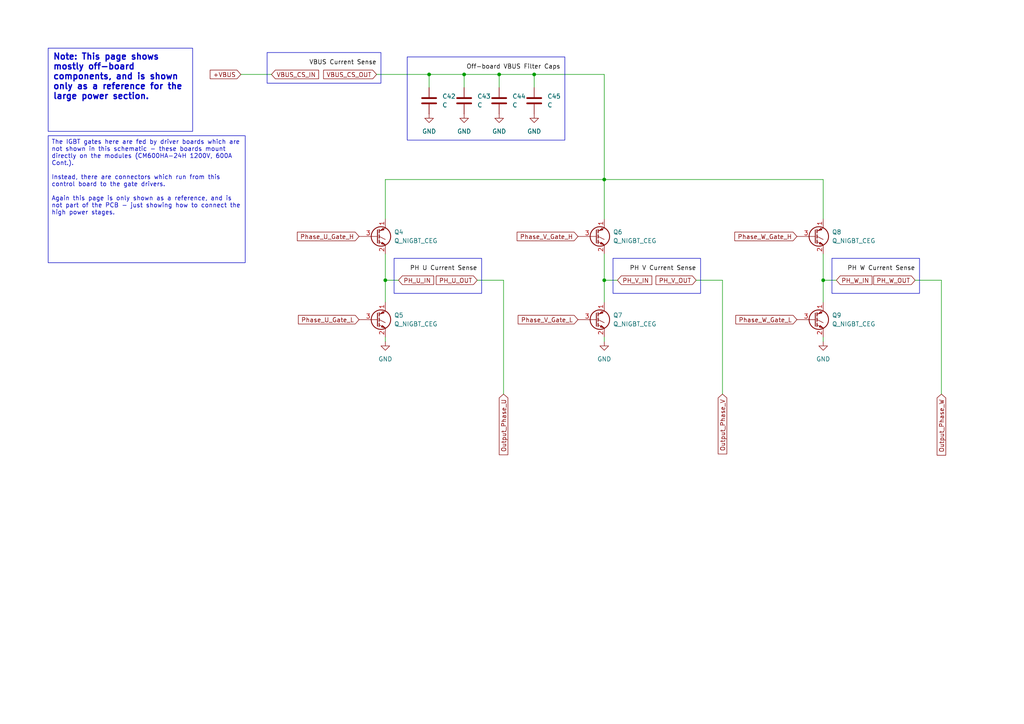
<source format=kicad_sch>
(kicad_sch (version 20231120) (generator "eeschema") (generator_version "8.0")
  (paper "A4")
  (title_block (title "1200V, 600A Traction Inverter") (date "2025-02-06") (rev "1") (company "University of California, Santa Cruz"))
  (lib_symbols
    (symbol "Device:C" (pin_numbers hide) (pin_names (offset 0.254))
      (property "Reference" "C" (at 0.635 2.54 0))
      (property "Value" "C" (at 0.635 -2.54 0))
      (symbol "C_0_1"
        (polyline (pts (xy -2.032 -0.762) (xy 2.032 -0.762)) (stroke (width 0.508)))
        (polyline (pts (xy -2.032 0.762) (xy 2.032 0.762)) (stroke (width 0.508)))
      )
      (symbol "C_1_1"
        (pin passive line (at 0 3.81 270) (length 2.794) (name "~") (number "1"))
        (pin passive line (at 0 -3.81 90) (length 2.794) (name "~") (number "2"))
      )
    )
    (symbol "Device:Q_NIGBT_CEG" (pin_names (offset 0) hide)
      (property "Reference" "Q" (at 5.08 1.27 0))
      (property "Value" "Q_NIGBT_CEG" (at 5.08 -1.27 0))
      (symbol "Q_NIGBT_CEG_0_1"
        (polyline (pts (xy 0.762 -1.016) (xy 0.762 -2.032)) (stroke (width 0.254)))
        (polyline (pts (xy 0.762 0.508) (xy 0.762 -0.508)) (stroke (width 0.254)))
        (polyline (pts (xy 0.762 2.032) (xy 0.762 1.016)) (stroke (width 0.254)))
        (polyline (pts (xy 2.54 -2.413) (xy 0.762 -1.524)))
        (polyline (pts (xy 2.54 -0.889) (xy 0.762 0)))
        (polyline (pts (xy 2.54 2.413) (xy 0.762 1.524)))
        (polyline (pts (xy 0.254 1.905) (xy 0.254 -1.905) (xy 0.254 -1.905)) (stroke (width 0.254)))
        (polyline (pts (xy 1.397 -2.159) (xy 1.651 -1.651) (xy 2.54 -2.413) (xy 1.397 -2.159)) (fill (type outline)))
        (polyline (pts (xy 2.159 1.905) (xy 1.905 2.413) (xy 1.016 1.651) (xy 2.159 1.905)) (fill (type outline)))
        (circle (center 1.27 0) (radius 2.8194) (stroke (width 0.254)))
      )
      (symbol "Q_NIGBT_CEG_1_1"
        (pin passive line (at 2.54 5.08 270) (length 2.54) (name "C") (number "1"))
        (pin passive line (at 2.54 -5.08 90) (length 2.54) (name "E") (number "2"))
        (pin input line (at -5.08 0 0) (length 5.334) (name "G") (number "3"))
      )
    )
    (symbol "power:GND" (power) (pin_numbers hide) (pin_names (offset 0) hide)
      (property "Value" "GND" (at 0 -3.81 0))
      (symbol "GND_0_1"
        (polyline (pts (xy 0 0) (xy 0 -1.27) (xy 1.27 -1.27) (xy 0 -2.54) (xy -1.27 -1.27) (xy 0 -1.27)))
      )
      (symbol "GND_1_1"
        (pin power_in line (at 0 0 270) (length 0) (name "~") (number "1"))
      )
    )
  )
  (junction (at 124.46 21.59))
  (junction (at 175.26 81.28))
  (junction (at 154.94 21.59))
  (junction (at 111.76 81.28))
  (junction (at 175.26 52.07))
  (junction (at 144.78 21.59))
  (junction (at 134.62 21.59))
  (junction (at 238.76 81.28))
  (wire (pts (xy 134.62 21.59) (xy 144.78 21.59)))
  (wire (pts (xy 238.76 81.28) (xy 242.57 81.28)))
  (wire (pts (xy 146.05 81.28) (xy 146.05 114.3)))
  (wire (pts (xy 111.76 97.79) (xy 111.76 99.06)))
  (wire (pts (xy 124.46 21.59) (xy 124.46 25.4)))
  (wire (pts (xy 69.85 21.59) (xy 78.74 21.59)))
  (wire (pts (xy 209.55 81.28) (xy 209.55 114.3)))
  (wire (pts (xy 124.46 21.59) (xy 134.62 21.59)))
  (wire (pts (xy 144.78 21.59) (xy 144.78 25.4)))
  (wire (pts (xy 111.76 73.66) (xy 111.76 81.28)))
  (wire (pts (xy 175.26 52.07) (xy 111.76 52.07)))
  (wire (pts (xy 175.26 21.59) (xy 175.26 52.07)))
  (wire (pts (xy 111.76 81.28) (xy 111.76 87.63)))
  (wire (pts (xy 111.76 81.28) (xy 115.57 81.28)))
  (wire (pts (xy 175.26 21.59) (xy 154.94 21.59)))
  (wire (pts (xy 238.76 81.28) (xy 238.76 87.63)))
  (wire (pts (xy 134.62 21.59) (xy 134.62 25.4)))
  (wire (pts (xy 175.26 97.79) (xy 175.26 99.06)))
  (wire (pts (xy 201.93 81.28) (xy 209.55 81.28)))
  (wire (pts (xy 238.76 97.79) (xy 238.76 99.06)))
  (wire (pts (xy 138.43 81.28) (xy 146.05 81.28)))
  (wire (pts (xy 265.43 81.28) (xy 273.05 81.28)))
  (wire (pts (xy 175.26 73.66) (xy 175.26 81.28)))
  (wire (pts (xy 175.26 81.28) (xy 179.07 81.28)))
  (wire (pts (xy 175.26 52.07) (xy 175.26 63.5)))
  (wire (pts (xy 238.76 73.66) (xy 238.76 81.28)))
  (wire (pts (xy 154.94 25.4) (xy 154.94 21.59)))
  (wire (pts (xy 238.76 52.07) (xy 238.76 63.5)))
  (wire (pts (xy 111.76 52.07) (xy 111.76 63.5)))
  (wire (pts (xy 273.05 81.28) (xy 273.05 114.3)))
  (wire (pts (xy 144.78 21.59) (xy 154.94 21.59)))
  (wire (pts (xy 175.26 81.28) (xy 175.26 87.63)))
  (wire (pts (xy 109.22 21.59) (xy 124.46 21.59)))
  (wire (pts (xy 175.26 52.07) (xy 238.76 52.07)))
  (rectangle (start 77.47 15.24) (end 110.49 24.13))
  (rectangle (start 114.3 74.93) (end 139.7 85.09))
  (rectangle (start 118.11 16.51) (end 163.83 40.64))
  (rectangle (start 177.8 74.93) (end 203.2 85.09))
  (rectangle (start 241.3 74.93) (end 266.7 85.09))
  (text_box "The IGBT gates here are fed by driver boards which are not shown in this schematic - these boards mount directly on the modules (CM600HA-24H 1200V, 600A Cont.).\n\nInstead, there are connectors which run from this control board to the gate drivers.\n\nAgain this page is only shown as a reference, and is not part of the PCB - just showing how to connect the high power stages." (at 13.97 39.37 0) (size 57.15 36.83) (effects (font (size 1.27 1.27)) (justify left top)))
  (text_box "Note: This page shows mostly off-board components, and is shown only as a reference for the large power section." (at 13.97 13.97 0) (size 41.91 24.13) (effects (font (size 1.778 1.778) (thickness 0.3556) (bold yes)) (justify left top)))
  (label "Off-board VBUS Filter Caps" (at 162.56 20.32 180))
  (label "VBUS Current Sense" (at 109.22 19.05 180))
  (label "PH W Current Sense" (at 265.43 78.74 180))
  (label "PH V Current Sense" (at 201.93 78.74 180))
  (label "PH U Current Sense" (at 138.43 78.74 180))
  (global_label "Phase_U_Gate_H" (shape input) (at 104.14 68.58 180) (property "Intersheetrefs" "${INTERSHEET_REFS}" (effects (hide yes))))
  (global_label "Output_Phase_U" (shape input) (at 146.05 114.3 270) (property "Intersheetrefs" "${INTERSHEET_REFS}" (effects (hide yes))))
  (global_label "+VBUS" (shape input) (at 69.85 21.59 180) (property "Intersheetrefs" "${INTERSHEET_REFS}" (effects (hide yes))))
  (global_label "VBUS_CS_OUT" (shape input) (at 109.22 21.59 180) (property "Intersheetrefs" "${INTERSHEET_REFS}" (effects (hide yes))))
  (global_label "Phase_V_Gate_L" (shape input) (at 167.64 92.71 180) (property "Intersheetrefs" "${INTERSHEET_REFS}" (effects (hide yes))))
  (global_label "Output_Phase_W" (shape input) (at 273.05 114.3 270) (property "Intersheetrefs" "${INTERSHEET_REFS}" (effects (hide yes))))
  (global_label "Phase_V_Gate_H" (shape input) (at 167.64 68.58 180) (property "Intersheetrefs" "${INTERSHEET_REFS}" (effects (hide yes))))
  (global_label "Phase_W_Gate_H" (shape input) (at 231.14 68.58 180) (property "Intersheetrefs" "${INTERSHEET_REFS}" (effects (hide yes))))
  (global_label "VBUS_CS_IN" (shape input) (at 78.74 21.59 0) (property "Intersheetrefs" "${INTERSHEET_REFS}" (effects (hide yes))))
  (global_label "Phase_U_Gate_L" (shape input) (at 104.14 92.71 180) (property "Intersheetrefs" "${INTERSHEET_REFS}" (effects (hide yes))))
  (global_label "PH_U_IN" (shape input) (at 115.57 81.28 0) (property "Intersheetrefs" "${INTERSHEET_REFS}" (effects (hide yes))))
  (global_label "PH_U_OUT" (shape input) (at 138.43 81.28 180) (property "Intersheetrefs" "${INTERSHEET_REFS}" (effects (hide yes))))
  (global_label "PH_V_OUT" (shape input) (at 201.93 81.28 180) (property "Intersheetrefs" "${INTERSHEET_REFS}" (effects (hide yes))))
  (global_label "PH_V_IN" (shape input) (at 179.07 81.28 0) (property "Intersheetrefs" "${INTERSHEET_REFS}" (effects (hide yes))))
  (global_label "PH_W_IN" (shape input) (at 242.57 81.28 0) (property "Intersheetrefs" "${INTERSHEET_REFS}" (effects (hide yes))))
  (global_label "Output_Phase_V" (shape input) (at 209.55 114.3 270) (property "Intersheetrefs" "${INTERSHEET_REFS}" (effects (hide yes))))
  (global_label "PH_W_OUT" (shape input) (at 265.43 81.28 180) (property "Intersheetrefs" "${INTERSHEET_REFS}" (effects (hide yes))))
  (global_label "Phase_W_Gate_L" (shape input) (at 231.14 92.71 180) (property "Intersheetrefs" "${INTERSHEET_REFS}" (effects (hide yes))))
  (symbol (lib_id "Device:C") (at 134.62 29.21 0) (unit 1) (in_bom no) (on_board no)
    (property "Reference" "C43" (at 138.43 27.9399 0) (effects (justify left)))
    (property "Value" "C" (at 138.43 30.4799 0) (effects (justify left)))
    (property "Description" "Unpolarized capacitor" (effects (hide yes)))
  )
  (symbol (lib_id "power:GND") (at 111.76 99.06 0) (unit 1)
    (property "Reference" "#PWR0161" (effects (hide yes)))
    (property "Value" "GND" (at 111.76 104.14 0))
    (property "Description" "Power symbol creates a global label with name \"GND\" , ground" (effects (hide yes)))
  )
  (symbol (lib_id "Device:Q_NIGBT_CEG") (at 172.72 68.58 0) (unit 1) (in_bom no) (on_board no)
    (property "Reference" "Q6" (at 177.8 67.3099 0) (effects (justify left)))
    (property "Value" "Q_NIGBT_CEG" (at 177.8 69.8499 0) (effects (justify left)))
    (property "Description" "N-IGBT transistor, collector/emitter/gate" (effects (hide yes)))
  )
  (symbol (lib_id "power:GND") (at 154.94 33.02 0) (unit 1)
    (property "Reference" "#PWR0165" (effects (hide yes)))
    (property "Value" "GND" (at 154.94 38.1 0))
    (property "Description" "Power symbol creates a global label with name \"GND\" , ground" (effects (hide yes)))
  )
  (symbol (lib_id "power:GND") (at 124.46 33.02 0) (unit 1)
    (property "Reference" "#PWR0162" (effects (hide yes)))
    (property "Value" "GND" (at 124.46 38.1 0))
    (property "Description" "Power symbol creates a global label with name \"GND\" , ground" (effects (hide yes)))
  )
  (symbol (lib_id "Device:C") (at 124.46 29.21 0) (unit 1) (in_bom no) (on_board no)
    (property "Reference" "C42" (at 128.27 27.9399 0) (effects (justify left)))
    (property "Value" "C" (at 128.27 30.4799 0) (effects (justify left)))
    (property "Description" "Unpolarized capacitor" (effects (hide yes)))
  )
  (symbol (lib_id "power:GND") (at 175.26 99.06 0) (unit 1)
    (property "Reference" "#PWR0166" (effects (hide yes)))
    (property "Value" "GND" (at 175.26 104.14 0))
    (property "Description" "Power symbol creates a global label with name \"GND\" , ground" (effects (hide yes)))
  )
  (symbol (lib_id "Device:Q_NIGBT_CEG") (at 236.22 68.58 0) (unit 1) (in_bom no) (on_board no)
    (property "Reference" "Q8" (at 241.3 67.3099 0) (effects (justify left)))
    (property "Value" "Q_NIGBT_CEG" (at 241.3 69.8499 0) (effects (justify left)))
    (property "Description" "N-IGBT transistor, collector/emitter/gate" (effects (hide yes)))
  )
  (symbol (lib_id "power:GND") (at 238.76 99.06 0) (unit 1)
    (property "Reference" "#PWR0167" (effects (hide yes)))
    (property "Value" "GND" (at 238.76 104.14 0))
    (property "Description" "Power symbol creates a global label with name \"GND\" , ground" (effects (hide yes)))
  )
  (symbol (lib_id "power:GND") (at 144.78 33.02 0) (unit 1)
    (property "Reference" "#PWR0164" (effects (hide yes)))
    (property "Value" "GND" (at 144.78 38.1 0))
    (property "Description" "Power symbol creates a global label with name \"GND\" , ground" (effects (hide yes)))
  )
  (symbol (lib_id "Device:C") (at 154.94 29.21 0) (unit 1) (in_bom no) (on_board no)
    (property "Reference" "C45" (at 158.75 27.9399 0) (effects (justify left)))
    (property "Value" "C" (at 158.75 30.4799 0) (effects (justify left)))
    (property "Description" "Unpolarized capacitor" (effects (hide yes)))
  )
  (symbol (lib_id "Device:Q_NIGBT_CEG") (at 109.22 92.71 0) (unit 1) (in_bom no) (on_board no)
    (property "Reference" "Q5" (at 114.3 91.4399 0) (effects (justify left)))
    (property "Value" "Q_NIGBT_CEG" (at 114.3 93.9799 0) (effects (justify left)))
    (property "Description" "N-IGBT transistor, collector/emitter/gate" (effects (hide yes)))
  )
  (symbol (lib_id "power:GND") (at 134.62 33.02 0) (unit 1)
    (property "Reference" "#PWR0163" (effects (hide yes)))
    (property "Value" "GND" (at 134.62 38.1 0))
    (property "Description" "Power symbol creates a global label with name \"GND\" , ground" (effects (hide yes)))
  )
  (symbol (lib_id "Device:Q_NIGBT_CEG") (at 172.72 92.71 0) (unit 1) (in_bom no) (on_board no)
    (property "Reference" "Q7" (at 177.8 91.4399 0) (effects (justify left)))
    (property "Value" "Q_NIGBT_CEG" (at 177.8 93.9799 0) (effects (justify left)))
    (property "Description" "N-IGBT transistor, collector/emitter/gate" (effects (hide yes)))
  )
  (symbol (lib_id "Device:Q_NIGBT_CEG") (at 109.22 68.58 0) (unit 1) (in_bom no) (on_board no)
    (property "Reference" "Q4" (at 114.3 67.3099 0) (effects (justify left)))
    (property "Value" "Q_NIGBT_CEG" (at 114.3 69.8499 0) (effects (justify left)))
    (property "Description" "N-IGBT transistor, collector/emitter/gate" (effects (hide yes)))
  )
  (symbol (lib_id "Device:Q_NIGBT_CEG") (at 236.22 92.71 0) (unit 1) (in_bom no) (on_board no)
    (property "Reference" "Q9" (at 241.3 91.4399 0) (effects (justify left)))
    (property "Value" "Q_NIGBT_CEG" (at 241.3 93.9799 0) (effects (justify left)))
    (property "Description" "N-IGBT transistor, collector/emitter/gate" (effects (hide yes)))
  )
  (symbol (lib_id "Device:C") (at 144.78 29.21 0) (unit 1) (in_bom no) (on_board no)
    (property "Reference" "C44" (at 148.59 27.9399 0) (effects (justify left)))
    (property "Value" "C" (at 148.59 30.4799 0) (effects (justify left)))
    (property "Description" "Unpolarized capacitor" (effects (hide yes)))
  )
)
</source>
